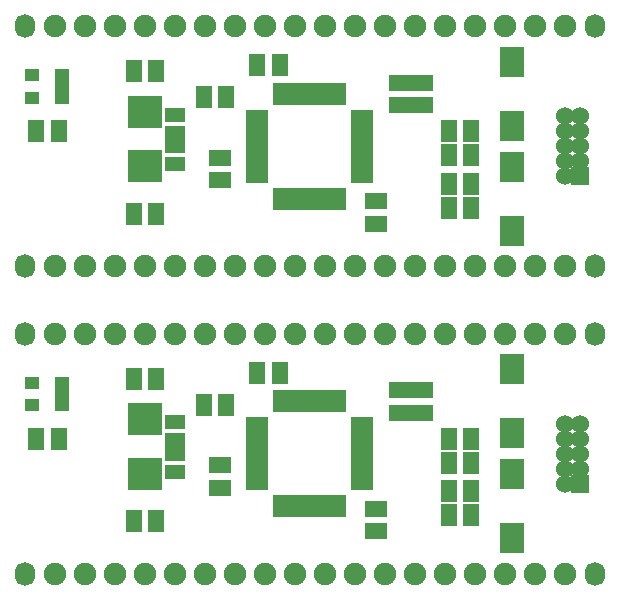
<source format=gts>
G75*
G70*
%OFA0B0*%
%FSLAX25Y25*%
%IPPOS*%
%LPD*%
%AMOC8*
5,1,8,0,0,1.08239X$1,22.5*
%
%ADD12R,0.11450X0.10660*%
%ADD13C,0.00600*%
%ADD14R,0.06000X0.06000*%
%ADD15C,0.06000*%
%ADD16R,0.08300X0.09870*%
%ADD20R,0.07500X0.03050*%
%ADD22C,0.07500*%
%ADD23R,0.03050X0.07500*%
%ADD24O,0.06720X0.07910*%
%ADD32R,0.07500X0.05500*%
%ADD33R,0.05500X0.07500*%
%ADD36R,0.06500X0.04500*%
%ADD40R,0.05000X0.04000*%
X0010000Y0010000D02*
G01*
D13*
D12*
X0053430Y0066560D03*
X0053430Y0048440D03*
D16*
X0175930Y0061870D03*
X0175930Y0083130D03*
X0175930Y0048130D03*
X0175930Y0026870D03*
D40*
X0025930Y0071250D03*
X0025930Y0078750D03*
X0015930Y0071250D03*
X0025930Y0075000D03*
X0015930Y0078750D03*
D33*
X0017180Y0060000D03*
X0024680Y0060000D03*
D32*
X0138430Y0076250D03*
X0138430Y0068750D03*
X0145830Y0076250D03*
X0145830Y0068750D03*
X0130430Y0036750D03*
X0130430Y0029250D03*
X0078430Y0043750D03*
X0078430Y0051250D03*
D33*
X0080580Y0071400D03*
X0073080Y0071400D03*
X0090980Y0082100D03*
X0098480Y0082100D03*
X0154680Y0042500D03*
X0162180Y0042500D03*
X0162180Y0034500D03*
X0154680Y0034500D03*
X0057180Y0080000D03*
X0049680Y0080000D03*
X0057180Y0032500D03*
X0049680Y0032500D03*
D36*
X0063430Y0059500D03*
X0063430Y0065500D03*
X0063430Y0055000D03*
X0063430Y0049000D03*
D22*
X0053430Y0015000D03*
X0103430Y0095000D03*
X0093430Y0095000D03*
X0073430Y0095000D03*
X0063430Y0095000D03*
X0133430Y0015000D03*
X0143430Y0015000D03*
X0153430Y0015000D03*
X0163430Y0015000D03*
X0173430Y0015000D03*
X0183430Y0015000D03*
X0113430Y0095000D03*
X0043430Y0015000D03*
X0033430Y0015000D03*
X0023430Y0015000D03*
X0033430Y0095000D03*
X0043430Y0095000D03*
D24*
X0013430Y0015000D03*
D22*
X0143430Y0095000D03*
X0073430Y0015000D03*
X0083430Y0015000D03*
X0093430Y0015000D03*
X0193430Y0015000D03*
D24*
X0203430Y0095000D03*
D22*
X0193430Y0095000D03*
X0183430Y0095000D03*
X0173430Y0095000D03*
X0163430Y0095000D03*
X0153430Y0095000D03*
X0063430Y0015000D03*
D24*
X0203430Y0015000D03*
X0013430Y0095000D03*
D22*
X0053430Y0095000D03*
X0083430Y0095000D03*
X0103430Y0015000D03*
X0113430Y0015000D03*
X0123430Y0015000D03*
X0133430Y0095000D03*
X0123430Y0095000D03*
D20*
X0090930Y0065840D03*
D23*
X0097590Y0037500D03*
D20*
X0125930Y0044160D03*
D23*
X0119270Y0072500D03*
D20*
X0090930Y0063870D03*
D23*
X0099560Y0037500D03*
D20*
X0125930Y0046130D03*
D23*
X0117300Y0072500D03*
D20*
X0090930Y0061900D03*
D23*
X0101530Y0037500D03*
D20*
X0125930Y0048100D03*
D23*
X0115330Y0072500D03*
D20*
X0090930Y0059930D03*
D23*
X0103500Y0037500D03*
D20*
X0125930Y0050070D03*
D23*
X0113360Y0072500D03*
D20*
X0090930Y0057960D03*
D23*
X0105470Y0037500D03*
D20*
X0125930Y0052040D03*
D23*
X0111390Y0072500D03*
D20*
X0090930Y0055990D03*
D23*
X0107440Y0037500D03*
D20*
X0125930Y0054010D03*
D23*
X0109420Y0072500D03*
D20*
X0090930Y0054020D03*
D23*
X0109410Y0037500D03*
D20*
X0125930Y0055980D03*
D23*
X0107450Y0072500D03*
D20*
X0090930Y0052050D03*
D23*
X0111380Y0037500D03*
D20*
X0125930Y0057950D03*
D23*
X0105480Y0072500D03*
D20*
X0090930Y0050080D03*
D23*
X0113350Y0037500D03*
D20*
X0125930Y0059920D03*
D23*
X0103510Y0072500D03*
D20*
X0090930Y0048110D03*
D23*
X0115320Y0037500D03*
D20*
X0125930Y0061890D03*
D23*
X0101540Y0072500D03*
D20*
X0090930Y0046140D03*
D23*
X0117290Y0037500D03*
D20*
X0125930Y0063860D03*
D23*
X0099570Y0072500D03*
D20*
X0090930Y0044170D03*
D23*
X0119260Y0037500D03*
D20*
X0125930Y0065830D03*
D23*
X0097600Y0072500D03*
D33*
X0162180Y0060000D03*
X0154680Y0060000D03*
X0154680Y0052000D03*
X0162180Y0052000D03*
D22*
X0023430Y0095000D03*
D14*
X0198430Y0045000D03*
D15*
X0193430Y0045000D03*
X0198430Y0050000D03*
X0193430Y0050000D03*
X0198430Y0055000D03*
X0193430Y0055000D03*
X0198430Y0060000D03*
X0193430Y0060000D03*
X0198430Y0065000D03*
X0193430Y0065000D03*
X0010000Y0112500D02*
G01*
D13*
D12*
X0053430Y0169060D03*
X0053430Y0150940D03*
D16*
X0175930Y0164370D03*
X0175930Y0185630D03*
X0175930Y0150630D03*
X0175930Y0129370D03*
D40*
X0025930Y0173750D03*
X0025930Y0181250D03*
X0015930Y0173750D03*
X0025930Y0177500D03*
X0015930Y0181250D03*
D33*
X0017180Y0162500D03*
X0024680Y0162500D03*
D32*
X0138430Y0178750D03*
X0138430Y0171250D03*
X0145830Y0178750D03*
X0145830Y0171250D03*
X0130430Y0139250D03*
X0130430Y0131750D03*
X0078430Y0146250D03*
X0078430Y0153750D03*
D33*
X0080580Y0173900D03*
X0073080Y0173900D03*
X0090980Y0184600D03*
X0098480Y0184600D03*
X0154680Y0145000D03*
X0162180Y0145000D03*
X0162180Y0137000D03*
X0154680Y0137000D03*
X0057180Y0182500D03*
X0049680Y0182500D03*
X0057180Y0135000D03*
X0049680Y0135000D03*
D36*
X0063430Y0162000D03*
X0063430Y0168000D03*
X0063430Y0157500D03*
X0063430Y0151500D03*
D22*
X0053430Y0117500D03*
X0103430Y0197500D03*
X0093430Y0197500D03*
X0073430Y0197500D03*
X0063430Y0197500D03*
X0133430Y0117500D03*
X0143430Y0117500D03*
X0153430Y0117500D03*
X0163430Y0117500D03*
X0173430Y0117500D03*
X0183430Y0117500D03*
X0113430Y0197500D03*
X0043430Y0117500D03*
X0033430Y0117500D03*
X0023430Y0117500D03*
X0033430Y0197500D03*
X0043430Y0197500D03*
D24*
X0013430Y0117500D03*
D22*
X0143430Y0197500D03*
X0073430Y0117500D03*
X0083430Y0117500D03*
X0093430Y0117500D03*
X0193430Y0117500D03*
D24*
X0203430Y0197500D03*
D22*
X0193430Y0197500D03*
X0183430Y0197500D03*
X0173430Y0197500D03*
X0163430Y0197500D03*
X0153430Y0197500D03*
X0063430Y0117500D03*
D24*
X0203430Y0117500D03*
X0013430Y0197500D03*
D22*
X0053430Y0197500D03*
X0083430Y0197500D03*
X0103430Y0117500D03*
X0113430Y0117500D03*
X0123430Y0117500D03*
X0133430Y0197500D03*
X0123430Y0197500D03*
D20*
X0090930Y0168340D03*
D23*
X0097590Y0140000D03*
D20*
X0125930Y0146660D03*
D23*
X0119270Y0175000D03*
D20*
X0090930Y0166370D03*
D23*
X0099560Y0140000D03*
D20*
X0125930Y0148630D03*
D23*
X0117300Y0175000D03*
D20*
X0090930Y0164400D03*
D23*
X0101530Y0140000D03*
D20*
X0125930Y0150600D03*
D23*
X0115330Y0175000D03*
D20*
X0090930Y0162430D03*
D23*
X0103500Y0140000D03*
D20*
X0125930Y0152570D03*
D23*
X0113360Y0175000D03*
D20*
X0090930Y0160460D03*
D23*
X0105470Y0140000D03*
D20*
X0125930Y0154540D03*
D23*
X0111390Y0175000D03*
D20*
X0090930Y0158490D03*
D23*
X0107440Y0140000D03*
D20*
X0125930Y0156510D03*
D23*
X0109420Y0175000D03*
D20*
X0090930Y0156520D03*
D23*
X0109410Y0140000D03*
D20*
X0125930Y0158480D03*
D23*
X0107450Y0175000D03*
D20*
X0090930Y0154550D03*
D23*
X0111380Y0140000D03*
D20*
X0125930Y0160450D03*
D23*
X0105480Y0175000D03*
D20*
X0090930Y0152580D03*
D23*
X0113350Y0140000D03*
D20*
X0125930Y0162420D03*
D23*
X0103510Y0175000D03*
D20*
X0090930Y0150610D03*
D23*
X0115320Y0140000D03*
D20*
X0125930Y0164390D03*
D23*
X0101540Y0175000D03*
D20*
X0090930Y0148640D03*
D23*
X0117290Y0140000D03*
D20*
X0125930Y0166360D03*
D23*
X0099570Y0175000D03*
D20*
X0090930Y0146670D03*
D23*
X0119260Y0140000D03*
D20*
X0125930Y0168330D03*
D23*
X0097600Y0175000D03*
D33*
X0162180Y0162500D03*
X0154680Y0162500D03*
X0154680Y0154500D03*
X0162180Y0154500D03*
D22*
X0023430Y0197500D03*
D14*
X0198430Y0147500D03*
D15*
X0193430Y0147500D03*
X0198430Y0152500D03*
X0193430Y0152500D03*
X0198430Y0157500D03*
X0193430Y0157500D03*
X0198430Y0162500D03*
X0193430Y0162500D03*
X0198430Y0167500D03*
X0193430Y0167500D03*
M02*

</source>
